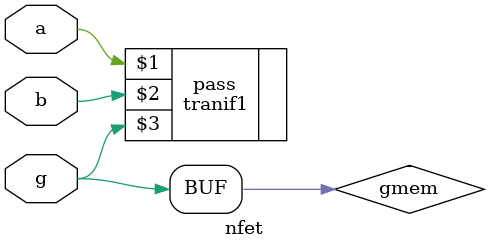
<source format=v>

module nfet (g, a, b);

	input g; 		// Gate
	inout a; 		// Source/Drain
	inout b; 		// Drain/Source

	reg gmem; 		// Gate memory

	initial begin
		gmem <= 1'b0;
	end

	always @(g) begin
		if ( g == 1'b0 || g == 1'b1 )
			gmem <= g;
		else
			gmem <= gmem;
	end

	tranif1 pass (a, b, gmem);

endmodule // nfet

</source>
